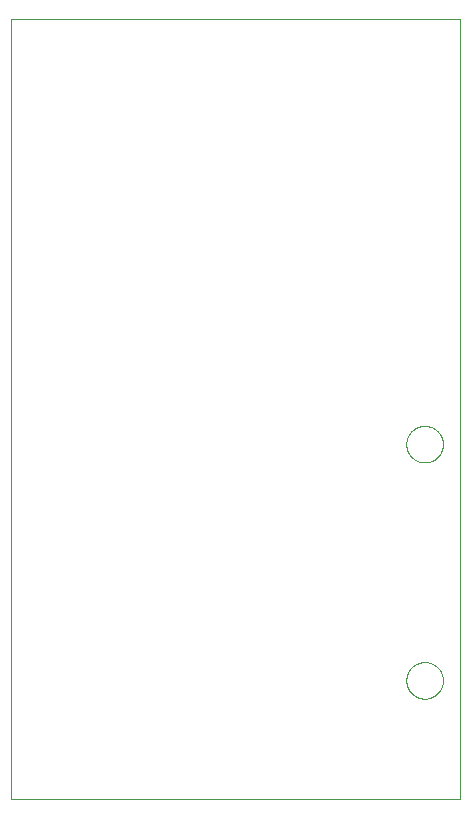
<source format=gbp>
G75*
%MOIN*%
%OFA0B0*%
%FSLAX25Y25*%
%IPPOS*%
%LPD*%
%AMOC8*
5,1,8,0,0,1.08239X$1,22.5*
%
%ADD10C,0.00000*%
D10*
X0004419Y0001800D02*
X0004419Y0261643D01*
X0154025Y0261643D01*
X0154045Y0001800D01*
X0004419Y0001800D01*
X0136114Y0041170D02*
X0136116Y0041326D01*
X0136122Y0041481D01*
X0136132Y0041637D01*
X0136146Y0041792D01*
X0136164Y0041947D01*
X0136185Y0042101D01*
X0136211Y0042255D01*
X0136241Y0042408D01*
X0136274Y0042560D01*
X0136312Y0042711D01*
X0136353Y0042861D01*
X0136398Y0043010D01*
X0136447Y0043158D01*
X0136500Y0043305D01*
X0136556Y0043450D01*
X0136616Y0043594D01*
X0136680Y0043736D01*
X0136747Y0043877D01*
X0136818Y0044015D01*
X0136893Y0044152D01*
X0136971Y0044287D01*
X0137052Y0044420D01*
X0137137Y0044551D01*
X0137225Y0044679D01*
X0137316Y0044806D01*
X0137410Y0044930D01*
X0137508Y0045051D01*
X0137609Y0045170D01*
X0137712Y0045286D01*
X0137819Y0045400D01*
X0137928Y0045511D01*
X0138041Y0045619D01*
X0138156Y0045724D01*
X0138273Y0045826D01*
X0138393Y0045925D01*
X0138516Y0046021D01*
X0138641Y0046114D01*
X0138769Y0046204D01*
X0138898Y0046290D01*
X0139030Y0046373D01*
X0139164Y0046453D01*
X0139300Y0046529D01*
X0139438Y0046602D01*
X0139577Y0046671D01*
X0139719Y0046736D01*
X0139862Y0046798D01*
X0140006Y0046856D01*
X0140152Y0046911D01*
X0140299Y0046962D01*
X0140448Y0047009D01*
X0140598Y0047052D01*
X0140748Y0047091D01*
X0140900Y0047127D01*
X0141053Y0047158D01*
X0141206Y0047186D01*
X0141360Y0047210D01*
X0141514Y0047230D01*
X0141669Y0047246D01*
X0141825Y0047258D01*
X0141980Y0047266D01*
X0142136Y0047270D01*
X0142292Y0047270D01*
X0142448Y0047266D01*
X0142603Y0047258D01*
X0142759Y0047246D01*
X0142914Y0047230D01*
X0143068Y0047210D01*
X0143222Y0047186D01*
X0143375Y0047158D01*
X0143528Y0047127D01*
X0143680Y0047091D01*
X0143830Y0047052D01*
X0143980Y0047009D01*
X0144129Y0046962D01*
X0144276Y0046911D01*
X0144422Y0046856D01*
X0144566Y0046798D01*
X0144709Y0046736D01*
X0144851Y0046671D01*
X0144990Y0046602D01*
X0145128Y0046529D01*
X0145264Y0046453D01*
X0145398Y0046373D01*
X0145530Y0046290D01*
X0145659Y0046204D01*
X0145787Y0046114D01*
X0145912Y0046021D01*
X0146035Y0045925D01*
X0146155Y0045826D01*
X0146272Y0045724D01*
X0146387Y0045619D01*
X0146500Y0045511D01*
X0146609Y0045400D01*
X0146716Y0045286D01*
X0146819Y0045170D01*
X0146920Y0045051D01*
X0147018Y0044930D01*
X0147112Y0044806D01*
X0147203Y0044679D01*
X0147291Y0044551D01*
X0147376Y0044420D01*
X0147457Y0044287D01*
X0147535Y0044152D01*
X0147610Y0044015D01*
X0147681Y0043877D01*
X0147748Y0043736D01*
X0147812Y0043594D01*
X0147872Y0043450D01*
X0147928Y0043305D01*
X0147981Y0043158D01*
X0148030Y0043010D01*
X0148075Y0042861D01*
X0148116Y0042711D01*
X0148154Y0042560D01*
X0148187Y0042408D01*
X0148217Y0042255D01*
X0148243Y0042101D01*
X0148264Y0041947D01*
X0148282Y0041792D01*
X0148296Y0041637D01*
X0148306Y0041481D01*
X0148312Y0041326D01*
X0148314Y0041170D01*
X0148312Y0041014D01*
X0148306Y0040859D01*
X0148296Y0040703D01*
X0148282Y0040548D01*
X0148264Y0040393D01*
X0148243Y0040239D01*
X0148217Y0040085D01*
X0148187Y0039932D01*
X0148154Y0039780D01*
X0148116Y0039629D01*
X0148075Y0039479D01*
X0148030Y0039330D01*
X0147981Y0039182D01*
X0147928Y0039035D01*
X0147872Y0038890D01*
X0147812Y0038746D01*
X0147748Y0038604D01*
X0147681Y0038463D01*
X0147610Y0038325D01*
X0147535Y0038188D01*
X0147457Y0038053D01*
X0147376Y0037920D01*
X0147291Y0037789D01*
X0147203Y0037661D01*
X0147112Y0037534D01*
X0147018Y0037410D01*
X0146920Y0037289D01*
X0146819Y0037170D01*
X0146716Y0037054D01*
X0146609Y0036940D01*
X0146500Y0036829D01*
X0146387Y0036721D01*
X0146272Y0036616D01*
X0146155Y0036514D01*
X0146035Y0036415D01*
X0145912Y0036319D01*
X0145787Y0036226D01*
X0145659Y0036136D01*
X0145530Y0036050D01*
X0145398Y0035967D01*
X0145264Y0035887D01*
X0145128Y0035811D01*
X0144990Y0035738D01*
X0144851Y0035669D01*
X0144709Y0035604D01*
X0144566Y0035542D01*
X0144422Y0035484D01*
X0144276Y0035429D01*
X0144129Y0035378D01*
X0143980Y0035331D01*
X0143830Y0035288D01*
X0143680Y0035249D01*
X0143528Y0035213D01*
X0143375Y0035182D01*
X0143222Y0035154D01*
X0143068Y0035130D01*
X0142914Y0035110D01*
X0142759Y0035094D01*
X0142603Y0035082D01*
X0142448Y0035074D01*
X0142292Y0035070D01*
X0142136Y0035070D01*
X0141980Y0035074D01*
X0141825Y0035082D01*
X0141669Y0035094D01*
X0141514Y0035110D01*
X0141360Y0035130D01*
X0141206Y0035154D01*
X0141053Y0035182D01*
X0140900Y0035213D01*
X0140748Y0035249D01*
X0140598Y0035288D01*
X0140448Y0035331D01*
X0140299Y0035378D01*
X0140152Y0035429D01*
X0140006Y0035484D01*
X0139862Y0035542D01*
X0139719Y0035604D01*
X0139577Y0035669D01*
X0139438Y0035738D01*
X0139300Y0035811D01*
X0139164Y0035887D01*
X0139030Y0035967D01*
X0138898Y0036050D01*
X0138769Y0036136D01*
X0138641Y0036226D01*
X0138516Y0036319D01*
X0138393Y0036415D01*
X0138273Y0036514D01*
X0138156Y0036616D01*
X0138041Y0036721D01*
X0137928Y0036829D01*
X0137819Y0036940D01*
X0137712Y0037054D01*
X0137609Y0037170D01*
X0137508Y0037289D01*
X0137410Y0037410D01*
X0137316Y0037534D01*
X0137225Y0037661D01*
X0137137Y0037789D01*
X0137052Y0037920D01*
X0136971Y0038053D01*
X0136893Y0038188D01*
X0136818Y0038325D01*
X0136747Y0038463D01*
X0136680Y0038604D01*
X0136616Y0038746D01*
X0136556Y0038890D01*
X0136500Y0039035D01*
X0136447Y0039182D01*
X0136398Y0039330D01*
X0136353Y0039479D01*
X0136312Y0039629D01*
X0136274Y0039780D01*
X0136241Y0039932D01*
X0136211Y0040085D01*
X0136185Y0040239D01*
X0136164Y0040393D01*
X0136146Y0040548D01*
X0136132Y0040703D01*
X0136122Y0040859D01*
X0136116Y0041014D01*
X0136114Y0041170D01*
X0136114Y0119910D02*
X0136116Y0120066D01*
X0136122Y0120221D01*
X0136132Y0120377D01*
X0136146Y0120532D01*
X0136164Y0120687D01*
X0136185Y0120841D01*
X0136211Y0120995D01*
X0136241Y0121148D01*
X0136274Y0121300D01*
X0136312Y0121451D01*
X0136353Y0121601D01*
X0136398Y0121750D01*
X0136447Y0121898D01*
X0136500Y0122045D01*
X0136556Y0122190D01*
X0136616Y0122334D01*
X0136680Y0122476D01*
X0136747Y0122617D01*
X0136818Y0122755D01*
X0136893Y0122892D01*
X0136971Y0123027D01*
X0137052Y0123160D01*
X0137137Y0123291D01*
X0137225Y0123419D01*
X0137316Y0123546D01*
X0137410Y0123670D01*
X0137508Y0123791D01*
X0137609Y0123910D01*
X0137712Y0124026D01*
X0137819Y0124140D01*
X0137928Y0124251D01*
X0138041Y0124359D01*
X0138156Y0124464D01*
X0138273Y0124566D01*
X0138393Y0124665D01*
X0138516Y0124761D01*
X0138641Y0124854D01*
X0138769Y0124944D01*
X0138898Y0125030D01*
X0139030Y0125113D01*
X0139164Y0125193D01*
X0139300Y0125269D01*
X0139438Y0125342D01*
X0139577Y0125411D01*
X0139719Y0125476D01*
X0139862Y0125538D01*
X0140006Y0125596D01*
X0140152Y0125651D01*
X0140299Y0125702D01*
X0140448Y0125749D01*
X0140598Y0125792D01*
X0140748Y0125831D01*
X0140900Y0125867D01*
X0141053Y0125898D01*
X0141206Y0125926D01*
X0141360Y0125950D01*
X0141514Y0125970D01*
X0141669Y0125986D01*
X0141825Y0125998D01*
X0141980Y0126006D01*
X0142136Y0126010D01*
X0142292Y0126010D01*
X0142448Y0126006D01*
X0142603Y0125998D01*
X0142759Y0125986D01*
X0142914Y0125970D01*
X0143068Y0125950D01*
X0143222Y0125926D01*
X0143375Y0125898D01*
X0143528Y0125867D01*
X0143680Y0125831D01*
X0143830Y0125792D01*
X0143980Y0125749D01*
X0144129Y0125702D01*
X0144276Y0125651D01*
X0144422Y0125596D01*
X0144566Y0125538D01*
X0144709Y0125476D01*
X0144851Y0125411D01*
X0144990Y0125342D01*
X0145128Y0125269D01*
X0145264Y0125193D01*
X0145398Y0125113D01*
X0145530Y0125030D01*
X0145659Y0124944D01*
X0145787Y0124854D01*
X0145912Y0124761D01*
X0146035Y0124665D01*
X0146155Y0124566D01*
X0146272Y0124464D01*
X0146387Y0124359D01*
X0146500Y0124251D01*
X0146609Y0124140D01*
X0146716Y0124026D01*
X0146819Y0123910D01*
X0146920Y0123791D01*
X0147018Y0123670D01*
X0147112Y0123546D01*
X0147203Y0123419D01*
X0147291Y0123291D01*
X0147376Y0123160D01*
X0147457Y0123027D01*
X0147535Y0122892D01*
X0147610Y0122755D01*
X0147681Y0122617D01*
X0147748Y0122476D01*
X0147812Y0122334D01*
X0147872Y0122190D01*
X0147928Y0122045D01*
X0147981Y0121898D01*
X0148030Y0121750D01*
X0148075Y0121601D01*
X0148116Y0121451D01*
X0148154Y0121300D01*
X0148187Y0121148D01*
X0148217Y0120995D01*
X0148243Y0120841D01*
X0148264Y0120687D01*
X0148282Y0120532D01*
X0148296Y0120377D01*
X0148306Y0120221D01*
X0148312Y0120066D01*
X0148314Y0119910D01*
X0148312Y0119754D01*
X0148306Y0119599D01*
X0148296Y0119443D01*
X0148282Y0119288D01*
X0148264Y0119133D01*
X0148243Y0118979D01*
X0148217Y0118825D01*
X0148187Y0118672D01*
X0148154Y0118520D01*
X0148116Y0118369D01*
X0148075Y0118219D01*
X0148030Y0118070D01*
X0147981Y0117922D01*
X0147928Y0117775D01*
X0147872Y0117630D01*
X0147812Y0117486D01*
X0147748Y0117344D01*
X0147681Y0117203D01*
X0147610Y0117065D01*
X0147535Y0116928D01*
X0147457Y0116793D01*
X0147376Y0116660D01*
X0147291Y0116529D01*
X0147203Y0116401D01*
X0147112Y0116274D01*
X0147018Y0116150D01*
X0146920Y0116029D01*
X0146819Y0115910D01*
X0146716Y0115794D01*
X0146609Y0115680D01*
X0146500Y0115569D01*
X0146387Y0115461D01*
X0146272Y0115356D01*
X0146155Y0115254D01*
X0146035Y0115155D01*
X0145912Y0115059D01*
X0145787Y0114966D01*
X0145659Y0114876D01*
X0145530Y0114790D01*
X0145398Y0114707D01*
X0145264Y0114627D01*
X0145128Y0114551D01*
X0144990Y0114478D01*
X0144851Y0114409D01*
X0144709Y0114344D01*
X0144566Y0114282D01*
X0144422Y0114224D01*
X0144276Y0114169D01*
X0144129Y0114118D01*
X0143980Y0114071D01*
X0143830Y0114028D01*
X0143680Y0113989D01*
X0143528Y0113953D01*
X0143375Y0113922D01*
X0143222Y0113894D01*
X0143068Y0113870D01*
X0142914Y0113850D01*
X0142759Y0113834D01*
X0142603Y0113822D01*
X0142448Y0113814D01*
X0142292Y0113810D01*
X0142136Y0113810D01*
X0141980Y0113814D01*
X0141825Y0113822D01*
X0141669Y0113834D01*
X0141514Y0113850D01*
X0141360Y0113870D01*
X0141206Y0113894D01*
X0141053Y0113922D01*
X0140900Y0113953D01*
X0140748Y0113989D01*
X0140598Y0114028D01*
X0140448Y0114071D01*
X0140299Y0114118D01*
X0140152Y0114169D01*
X0140006Y0114224D01*
X0139862Y0114282D01*
X0139719Y0114344D01*
X0139577Y0114409D01*
X0139438Y0114478D01*
X0139300Y0114551D01*
X0139164Y0114627D01*
X0139030Y0114707D01*
X0138898Y0114790D01*
X0138769Y0114876D01*
X0138641Y0114966D01*
X0138516Y0115059D01*
X0138393Y0115155D01*
X0138273Y0115254D01*
X0138156Y0115356D01*
X0138041Y0115461D01*
X0137928Y0115569D01*
X0137819Y0115680D01*
X0137712Y0115794D01*
X0137609Y0115910D01*
X0137508Y0116029D01*
X0137410Y0116150D01*
X0137316Y0116274D01*
X0137225Y0116401D01*
X0137137Y0116529D01*
X0137052Y0116660D01*
X0136971Y0116793D01*
X0136893Y0116928D01*
X0136818Y0117065D01*
X0136747Y0117203D01*
X0136680Y0117344D01*
X0136616Y0117486D01*
X0136556Y0117630D01*
X0136500Y0117775D01*
X0136447Y0117922D01*
X0136398Y0118070D01*
X0136353Y0118219D01*
X0136312Y0118369D01*
X0136274Y0118520D01*
X0136241Y0118672D01*
X0136211Y0118825D01*
X0136185Y0118979D01*
X0136164Y0119133D01*
X0136146Y0119288D01*
X0136132Y0119443D01*
X0136122Y0119599D01*
X0136116Y0119754D01*
X0136114Y0119910D01*
M02*

</source>
